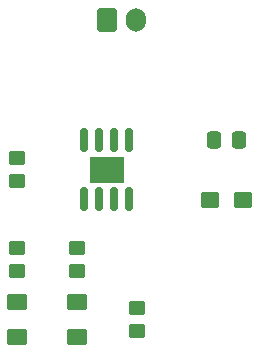
<source format=gbr>
%TF.GenerationSoftware,KiCad,Pcbnew,(6.0.2)*%
%TF.CreationDate,2023-04-14T14:35:17-07:00*%
%TF.ProjectId,555-timer,3535352d-7469-46d6-9572-2e6b69636164,rev?*%
%TF.SameCoordinates,Original*%
%TF.FileFunction,Soldermask,Top*%
%TF.FilePolarity,Negative*%
%FSLAX46Y46*%
G04 Gerber Fmt 4.6, Leading zero omitted, Abs format (unit mm)*
G04 Created by KiCad (PCBNEW (6.0.2)) date 2023-04-14 14:35:17*
%MOMM*%
%LPD*%
G01*
G04 APERTURE LIST*
G04 Aperture macros list*
%AMRoundRect*
0 Rectangle with rounded corners*
0 $1 Rounding radius*
0 $2 $3 $4 $5 $6 $7 $8 $9 X,Y pos of 4 corners*
0 Add a 4 corners polygon primitive as box body*
4,1,4,$2,$3,$4,$5,$6,$7,$8,$9,$2,$3,0*
0 Add four circle primitives for the rounded corners*
1,1,$1+$1,$2,$3*
1,1,$1+$1,$4,$5*
1,1,$1+$1,$6,$7*
1,1,$1+$1,$8,$9*
0 Add four rect primitives between the rounded corners*
20,1,$1+$1,$2,$3,$4,$5,0*
20,1,$1+$1,$4,$5,$6,$7,0*
20,1,$1+$1,$6,$7,$8,$9,0*
20,1,$1+$1,$8,$9,$2,$3,0*%
G04 Aperture macros list end*
%ADD10R,3.000000X2.290000*%
%ADD11RoundRect,0.150000X0.150000X-0.825000X0.150000X0.825000X-0.150000X0.825000X-0.150000X-0.825000X0*%
%ADD12RoundRect,0.250000X-0.450000X0.350000X-0.450000X-0.350000X0.450000X-0.350000X0.450000X0.350000X0*%
%ADD13RoundRect,0.250000X0.450000X-0.350000X0.450000X0.350000X-0.450000X0.350000X-0.450000X-0.350000X0*%
%ADD14RoundRect,0.250000X-0.600000X-0.750000X0.600000X-0.750000X0.600000X0.750000X-0.600000X0.750000X0*%
%ADD15O,1.700000X2.000000*%
%ADD16RoundRect,0.250001X0.624999X-0.462499X0.624999X0.462499X-0.624999X0.462499X-0.624999X-0.462499X0*%
%ADD17RoundRect,0.250001X-0.624999X0.462499X-0.624999X-0.462499X0.624999X-0.462499X0.624999X0.462499X0*%
%ADD18RoundRect,0.250000X-0.337500X-0.475000X0.337500X-0.475000X0.337500X0.475000X-0.337500X0.475000X0*%
%ADD19RoundRect,0.250000X-0.537500X-0.425000X0.537500X-0.425000X0.537500X0.425000X-0.537500X0.425000X0*%
G04 APERTURE END LIST*
D10*
%TO.C,U1*%
X76200000Y-93980000D03*
D11*
X74295000Y-91505000D03*
X75565000Y-91505000D03*
X76835000Y-91505000D03*
X78105000Y-91505000D03*
X78105000Y-96455000D03*
X76835000Y-96455000D03*
X75565000Y-96455000D03*
X74295000Y-96455000D03*
%TD*%
D12*
%TO.C,R4*%
X78740000Y-107680000D03*
X78740000Y-105680000D03*
%TD*%
D13*
%TO.C,R3*%
X68580000Y-102600000D03*
X68580000Y-100600000D03*
%TD*%
D12*
%TO.C,R2*%
X73660000Y-100600000D03*
X73660000Y-102600000D03*
%TD*%
%TO.C,R1*%
X68580000Y-92980000D03*
X68580000Y-94980000D03*
%TD*%
D14*
%TO.C,J1*%
X76200000Y-81280000D03*
D15*
X78700000Y-81280000D03*
%TD*%
D16*
%TO.C,D2*%
X73660000Y-105192500D03*
X73660000Y-108167500D03*
%TD*%
D17*
%TO.C,D1*%
X68580000Y-108167500D03*
X68580000Y-105192500D03*
%TD*%
D18*
%TO.C,C2*%
X85322500Y-91440000D03*
X87397500Y-91440000D03*
%TD*%
D19*
%TO.C,C1*%
X84922500Y-96520000D03*
X87797500Y-96520000D03*
%TD*%
M02*

</source>
